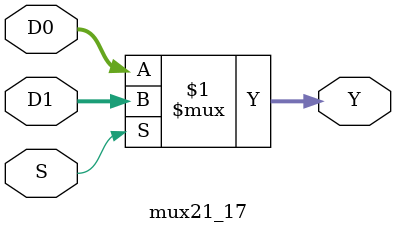
<source format=v>
module mbooth16bit(a, b, p);
    input [15:0] a, b;
    output reg [31:0] p;

    wire z;
	wire [32:0] p1_shift;
	wire [32:0] p1_final [7:0];
	wire [16:0] a1;
	wire [16:0] a1_not, a1_double, a1_double_not;
	
	assign a1[15:0] = a[15:0];
	assign a1[16] = a[15];	
	assign p1_shift = 33'b0;
	assign z = 1'b0;
	
	a1_variants av1 (.a1(a1), .a1_not(a1_not), .a1_double(a1_double), .a1_double_not(a1_double_not));
	partialProduct pp1 (.a1(a1),.a1_not(a1_not), .a1_double(a1_double), .a1_double_not(a1_double_not), .b1(b[1]), .b0(b[0]), .p1_shift(p1_shift), .zin(z), .p1_final(p1_final[0]));
	partialProduct pp2 (.a1(a1),.a1_not(a1_not), .a1_double(a1_double), .a1_double_not(a1_double_not), .b1(b[3]), .b0(b[2]), .p1_shift(p1_final[0]), .zin(b[1]), .p1_final(p1_final[1]));
	partialProduct pp3 (.a1(a1),.a1_not(a1_not), .a1_double(a1_double), .a1_double_not(a1_double_not), .b1(b[5]), .b0(b[4]), .p1_shift(p1_final[1]), .zin(b[3]), .p1_final(p1_final[2]));
	partialProduct pp4 (.a1(a1),.a1_not(a1_not), .a1_double(a1_double), .a1_double_not(a1_double_not), .b1(b[7]), .b0(b[6]), .p1_shift(p1_final[2]), .zin(b[5]), .p1_final(p1_final[3]));
	partialProduct pp5 (.a1(a1),.a1_not(a1_not), .a1_double(a1_double), .a1_double_not(a1_double_not), .b1(b[9]), .b0(b[8]), .p1_shift(p1_final[3]), .zin(b[7]), .p1_final(p1_final[4]));
	partialProduct pp6 (.a1(a1),.a1_not(a1_not), .a1_double(a1_double), .a1_double_not(a1_double_not), .b1(b[11]), .b0(b[10]), .p1_shift(p1_final[4]), .zin(b[9]), .p1_final(p1_final[5]));
	partialProduct pp7 (.a1(a1),.a1_not(a1_not), .a1_double(a1_double), .a1_double_not(a1_double_not), .b1(b[13]), .b0(b[12]), .p1_shift(p1_final[5]), .zin(b[11]), .p1_final(p1_final[6]));
	partialProduct pp8 (.a1(a1),.a1_not(a1_not), .a1_double(a1_double), .a1_double_not(a1_double_not), .b1(b[15]), .b0(b[14]), .p1_shift(p1_final[6]), .zin(b[13]), .p1_final(p1_final[7]));
	// more modules of partialProduct can be added to multiply numbers with more number of bits
	
	always@(p1_final[7])
	begin
	p[31:0] = p1_final[7];	
	end
endmodule

// deciding whether to send a1 or -a1 or 2*a1 or -2*a1 
module a1_variants (a1, a1_not, a1_double, a1_double_not);
	input [16:0] a1;
	output [16:0] a1_not, a1_double, a1_double_not;
	
	assign a1_not = ~a1;
	shift17 s170 (.a1(a1), .a1_double(a1_double));
	assign a1_double_not = ~a1_double;	
endmodule

module partialProduct(a1, a1_not, a1_double, a1_double_not, b1, b0, p1_shift, zin, p1_final);
	input [16:0] a1, a1_not, a1_double, a1_double_not;
	input b0, b1;
	input [32:0] p1_shift;
	input zin;
	output [32:0] p1_final;
	
	wire cin;
	wire cin_con;
	wire [16:0] ain;
	wire [16:0] cout;
	wire [32:0] p1_add;
	wire [32:0] p1_final;
	
	cin_con cc0 (.b1(b1), .b0(b0), .zin(zin), .cin_con(cin_con));
	mux21 m00 (.Y(cin), .D0(1'b0), .D1(1'b1), .S(cin_con));
	a1_con a10 (.a1(a1), .a1_not(a1_not), .a1_double(a1_double), .a1_double_not(a1_double_not), .b1(b1), .b0(b0), .zin(zin), .ain(ain));		
	rippleAdder r00 (.x(p1_shift), .y(ain), .cin(cin), .sum(p1_add), .cout(cout));
	shift9 s90 (.p1_add(p1_add), .p1_final(p1_final));
endmodule

module a1_con (a1, a1_not, a1_double, a1_double_not, b1, b0, zin, ain);
	input [16:0] a1, a1_not, a1_double, a1_double_not;
	input b0, b1, zin;
	output [16:0] ain;
	
	wire [16:0] t1, t2, t4;
	wire t3, t5, t6, t7;
	
	mux21_17 m10 (.Y(t1), .D0(a1_double), .D1(a1_double_not), .S(b1));
	mux21_17 m20 (.Y(t2), .D0(a1), .D1(a1_not), .S(b1));
	xor (t3, b0, zin);
	mux21_17 m30 (.Y(t4), .D0(t1), .D1(t2), .S(t3));
	xor (t5, b0, b1);
	xor (t6, b0, zin);
	or (t7, t5, t6);
	mux21_17 m40 (.Y(ain), .D0(17'b0), .D1(t4), .S(t7));
endmodule
	
// deciding whether cin will be 1 or 0
module cin_con (b1, b0, zin, cin_con);
	input b1, b0, zin;
	output cin_con;
	
	wire t1, t2, b0not, zinnot;

	not (b0not, b0);
	not (zinnot, zin);
	and (t1, b0, zinnot);
	or (t2, b0not, t1);
	and (cin_con, b1, t2);
endmodule

module shift9 (p1_add, p1_final) ;
	input [32:0]p1_add;
	output [32:0]p1_final;
	
	assign p1_final[30:0] = p1_add[32:2];
	assign p1_final[31] = p1_add[32];
	assign p1_final[32] = p1_add[32];
endmodule

module shift17 (a1, a1_double);
	input [16:0] a1;
	output [16:0] a1_double;
	
	assign a1_double[16:1] = a1[15:0];
	assign a1_double[0] = 1'b0;
endmodule

// module of some faster adder can be added here instead of ripple carry adder.
module rippleAdder (x, y, cin, sum, cout);	
	input [32:0] x;
	input [16:0] y;
	input cin;
	output [16:0]cout;
	output [32:0]sum; 
	
	begin 
	assign sum[15:0] = x[15:0];
	fullAdder f1(.m(x[16]), .n(y[0]), .cin(cin), .sum(sum[16]), .cout(cout[0]));
	fullAdder f2(.m(x[17]), .n(y[1]), .cin(cout[0]), .sum(sum[17]), .cout(cout[1]));
	fullAdder f3(.m(x[18]), .n(y[2]), .cin(cout[1]), .sum(sum[18]), .cout(cout[2]));
	fullAdder f4(.m(x[19]), .n(y[3]), .cin(cout[2]), .sum(sum[19]), .cout(cout[3]));
	fullAdder f5(.m(x[20]), .n(y[4]), .cin(cout[3]), .sum(sum[20]), .cout(cout[4]));
	fullAdder f6(.m(x[21]), .n(y[5]), .cin(cout[4]), .sum(sum[21]), .cout(cout[5]));
	fullAdder f7(.m(x[22]), .n(y[6]), .cin(cout[5]), .sum(sum[22]), .cout(cout[6]));
	fullAdder f8(.m(x[23]), .n(y[7]), .cin(cout[6]), .sum(sum[23]), .cout(cout[7]));
	fullAdder f9(.m(x[24]), .n(y[8]), .cin(cout[7]), .sum(sum[24]), .cout(cout[8]));
	fullAdder f10(.m(x[25]), .n(y[9]), .cin(cout[8]), .sum(sum[25]), .cout(cout[9]));
	fullAdder f11(.m(x[26]), .n(y[10]), .cin(cout[9]), .sum(sum[26]), .cout(cout[10]));
	fullAdder f12(.m(x[27]), .n(y[11]), .cin(cout[10]), .sum(sum[27]), .cout(cout[11]));
	fullAdder f13(.m(x[28]), .n(y[12]), .cin(cout[11]), .sum(sum[28]), .cout(cout[12]));
	fullAdder f14(.m(x[29]), .n(y[13]), .cin(cout[12]), .sum(sum[29]), .cout(cout[13]));
	fullAdder f15(.m(x[30]), .n(y[14]), .cin(cout[13]), .sum(sum[30]), .cout(cout[14]));
	fullAdder f16(.m(x[31]), .n(y[15]), .cin(cout[14]), .sum(sum[31]), .cout(cout[15]));
	fullAdder f17(.m(x[32]), .n(y[16]), .cin(cout[15]), .sum(sum[32]), .cout(cout[16]));
	end
endmodule

module fullAdder (m, n, cin, sum, cout);
	input cin, m, n;
	output sum, cout;
	
	assign sum = (m^n^cin);
	assign cout = ((m&n)|(n&cin)|(m&cin));
endmodule
/*
module fullAdder(m, n, cin, sum, cout);
	input cin, m, n;
	output sum, cout;
	wire t1,t2,t3;
	
	xor x2 (t1, m, n);
	xor x3(sum, t1, cin);
	
	and a1 (t2, m, n);
	and a2 (t3, t1, cin);
	or  o1(cout, t1, t2);
endmodule
*/

module mux21(Y, D0, D1, S);	// when inputs to be multiplexed are single bit long
	output Y;
	input D0, D1, S;
	wire T1, T2, Sbar;

//	assign Y = (S ? D1 : D0);
	and a3 (T1, D1, S);
	and a4 (T2, D0, Sbar);
	not n1 (Sbar, S);
	or o2 (Y, T1, T2);
endmodule

module mux21_17 (Y, D0, D1, S);	// when inputs to be multiplexed are of 17 bits
	output [16:0] Y;
	input [16:0] D0, D1;
	input S;
	
	assign Y = (S ? D1 : D0);
endmodule
</source>
